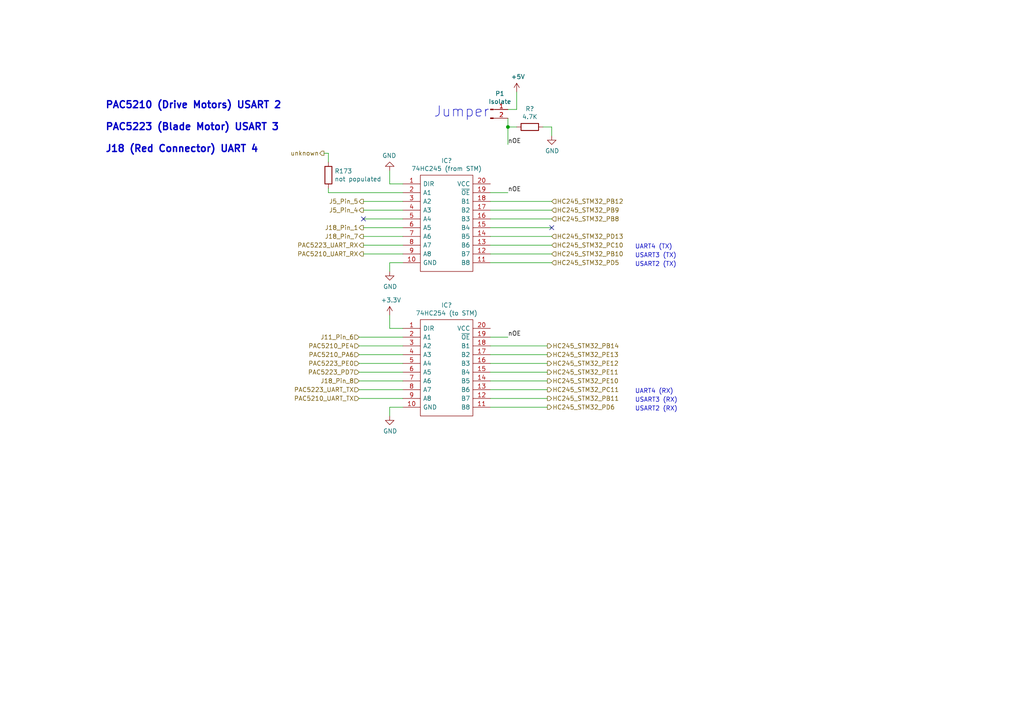
<source format=kicad_sch>
(kicad_sch (version 20211123) (generator eeschema)
  (paper "A4")
  (title_block (title "Project Mowgli") (date "2022-05-22") (rev "1.0.1") (comment 1 "(c) CyberNet / cn@warp.at") (comment 2 "https://github.com/cloudn1ne/Mowgli"))
  (lib_symbols
    (symbol "Connector:Conn_01x02_Male" (pin_names (offset 1.016) hide)
      (property "Reference" "J" (at 0 2.54 0))
      (property "Value" "Conn_01x02_Male" (at 0 -5.08 0))
      (symbol "Conn_01x02_Male_1_1"
        (polyline (pts (xy 1.27 -2.54) (xy 0.8636 -2.54)) (stroke (width 0.1524)))
        (polyline (pts (xy 1.27 0) (xy 0.8636 0)) (stroke (width 0.1524)))
        (rectangle (start 0.8636 -2.413) (end 0 -2.667) (stroke (width 0.1524)) (fill (type outline)))
        (rectangle (start 0.8636 0.127) (end 0 -0.127) (stroke (width 0.1524)) (fill (type outline)))
        (pin passive line (at 5.08 0 180) (length 3.81) (name "Pin_1") (number "1"))
        (pin passive line (at 5.08 -2.54 180) (length 3.81) (name "Pin_2") (number "2"))
      )
    )
    (symbol "Device:R" (pin_numbers hide) (pin_names (offset 0))
      (property "Reference" "R" (at 2.032 0 90))
      (property "Value" "R" (at 0 0 90))
      (symbol "R_0_1"
        (rectangle (start -1.016 -2.54) (end 1.016 2.54) (stroke (width 0.254)))
      )
      (symbol "R_1_1"
        (pin passive line (at 0 3.81 270) (length 1.27) (name "~") (number "1"))
        (pin passive line (at 0 -3.81 90) (length 1.27) (name "~") (number "2"))
      )
    )
    (symbol "Mowgli-rescue:SN74ABT245BMDBREP-HC254" (pin_names (offset 0.762))
      (property "Reference" "IC" (at 21.59 7.62 0))
      (property "Value" "SN74ABT245BMDBREP-HC254" (at 21.59 5.08 0))
      (symbol "SN74ABT245BMDBREP-HC254_0_0"
        (pin passive line (at 0 0 0) (length 5.08) (name "DIR") (number "1"))
        (pin passive line (at 0 -22.86 0) (length 5.08) (name "GND") (number "10"))
        (pin passive line (at 25.4 -22.86 180) (length 5.08) (name "B8") (number "11"))
        (pin passive line (at 25.4 -20.32 180) (length 5.08) (name "B7") (number "12"))
        (pin passive line (at 25.4 -17.78 180) (length 5.08) (name "B6") (number "13"))
        (pin passive line (at 25.4 -15.24 180) (length 5.08) (name "B5") (number "14"))
        (pin passive line (at 25.4 -12.7 180) (length 5.08) (name "B4") (number "15"))
        (pin passive line (at 25.4 -10.16 180) (length 5.08) (name "B3") (number "16"))
        (pin passive line (at 25.4 -7.62 180) (length 5.08) (name "B2") (number "17"))
        (pin passive line (at 25.4 -5.08 180) (length 5.08) (name "B1") (number "18"))
        (pin passive line (at 25.4 -2.54 180) (length 5.08) (name "~{OE}") (number "19"))
        (pin passive line (at 0 -2.54 0) (length 5.08) (name "A1") (number "2"))
        (pin passive line (at 25.4 0 180) (length 5.08) (name "VCC") (number "20"))
        (pin passive line (at 0 -5.08 0) (length 5.08) (name "A2") (number "3"))
        (pin passive line (at 0 -7.62 0) (length 5.08) (name "A3") (number "4"))
        (pin passive line (at 0 -10.16 0) (length 5.08) (name "A4") (number "5"))
        (pin passive line (at 0 -12.7 0) (length 5.08) (name "A5") (number "6"))
        (pin passive line (at 0 -15.24 0) (length 5.08) (name "A6") (number "7"))
        (pin passive line (at 0 -17.78 0) (length 5.08) (name "A7") (number "8"))
        (pin passive line (at 0 -20.32 0) (length 5.08) (name "A8") (number "9"))
      )
      (symbol "SN74ABT245BMDBREP-HC254_0_1"
        (polyline (pts (xy 5.08 2.54) (xy 20.32 2.54) (xy 20.32 -25.4) (xy 5.08 -25.4) (xy 5.08 2.54)) (stroke (width 0.1524)))
      )
    )
    (symbol "power:+3.3V" (power) (pin_names (offset 0))
      (property "Value" "+3.3V" (at 0 3.556 0))
      (symbol "+3.3V_0_1"
        (polyline (pts (xy -0.762 1.27) (xy 0 2.54)))
        (polyline (pts (xy 0 0) (xy 0 2.54)))
        (polyline (pts (xy 0 2.54) (xy 0.762 1.27)))
      )
      (symbol "+3.3V_1_1"
        (pin power_in line (at 0 0 90) (length 0) hide (name "+3.3V") (number "1"))
      )
    )
    (symbol "power:+5V" (power) (pin_names (offset 0))
      (property "Value" "+5V" (at 0 3.556 0))
      (symbol "+5V_0_1"
        (polyline (pts (xy -0.762 1.27) (xy 0 2.54)))
        (polyline (pts (xy 0 0) (xy 0 2.54)))
        (polyline (pts (xy 0 2.54) (xy 0.762 1.27)))
      )
      (symbol "+5V_1_1"
        (pin power_in line (at 0 0 90) (length 0) hide (name "+5V") (number "1"))
      )
    )
    (symbol "power:GND" (power) (pin_names (offset 0))
      (property "Value" "GND" (at 0 -3.81 0))
      (symbol "GND_0_1"
        (polyline (pts (xy 0 0) (xy 0 -1.27) (xy 1.27 -1.27) (xy 0 -2.54) (xy -1.27 -1.27) (xy 0 -1.27)))
      )
      (symbol "GND_1_1"
        (pin power_in line (at 0 0 270) (length 0) hide (name "GND") (number "1"))
      )
    )
  )
  (junction (at 147.32 36.83))
  (no_connect (at 105.41 63.5))
  (no_connect (at 160.02 66.04))
  (wire (pts (xy 113.03 53.34) (xy 113.03 49.53)))
  (wire (pts (xy 158.75 118.11) (xy 142.24 118.11)))
  (wire (pts (xy 147.32 34.29) (xy 147.32 36.83)))
  (wire (pts (xy 93.98 44.45) (xy 95.25 44.45)))
  (wire (pts (xy 142.24 97.79) (xy 147.32 97.79)))
  (wire (pts (xy 116.84 110.49) (xy 104.14 110.49)))
  (wire (pts (xy 116.84 95.25) (xy 113.03 95.25)))
  (wire (pts (xy 116.84 97.79) (xy 104.14 97.79)))
  (wire (pts (xy 160.02 76.2) (xy 142.24 76.2)))
  (wire (pts (xy 113.03 118.11) (xy 113.03 120.65)))
  (wire (pts (xy 157.48 36.83) (xy 160.02 36.83)))
  (wire (pts (xy 160.02 66.04) (xy 142.24 66.04)))
  (wire (pts (xy 116.84 63.5) (xy 105.41 63.5)))
  (wire (pts (xy 95.25 55.88) (xy 116.84 55.88)))
  (wire (pts (xy 149.86 26.67) (xy 149.86 31.75)))
  (wire (pts (xy 158.75 105.41) (xy 142.24 105.41)))
  (wire (pts (xy 160.02 36.83) (xy 160.02 39.37)))
  (wire (pts (xy 116.84 107.95) (xy 104.14 107.95)))
  (wire (pts (xy 160.02 58.42) (xy 142.24 58.42)))
  (wire (pts (xy 158.75 100.33) (xy 142.24 100.33)))
  (wire (pts (xy 116.84 113.03) (xy 104.14 113.03)))
  (wire (pts (xy 160.02 73.66) (xy 142.24 73.66)))
  (wire (pts (xy 160.02 71.12) (xy 142.24 71.12)))
  (wire (pts (xy 147.32 36.83) (xy 147.32 41.91)))
  (wire (pts (xy 160.02 63.5) (xy 142.24 63.5)))
  (wire (pts (xy 158.75 113.03) (xy 142.24 113.03)))
  (wire (pts (xy 95.25 44.45) (xy 95.25 46.99)))
  (wire (pts (xy 158.75 107.95) (xy 142.24 107.95)))
  (wire (pts (xy 160.02 60.96) (xy 142.24 60.96)))
  (wire (pts (xy 149.86 36.83) (xy 147.32 36.83)))
  (wire (pts (xy 160.02 68.58) (xy 142.24 68.58)))
  (wire (pts (xy 158.75 102.87) (xy 142.24 102.87)))
  (wire (pts (xy 105.41 71.12) (xy 116.84 71.12)))
  (wire (pts (xy 116.84 58.42) (xy 105.41 58.42)))
  (wire (pts (xy 142.24 115.57) (xy 158.75 115.57)))
  (wire (pts (xy 116.84 100.33) (xy 104.14 100.33)))
  (wire (pts (xy 95.25 54.61) (xy 95.25 55.88)))
  (wire (pts (xy 116.84 68.58) (xy 105.41 68.58)))
  (wire (pts (xy 105.41 66.04) (xy 116.84 66.04)))
  (wire (pts (xy 116.84 105.41) (xy 104.14 105.41)))
  (wire (pts (xy 116.84 118.11) (xy 113.03 118.11)))
  (wire (pts (xy 105.41 60.96) (xy 116.84 60.96)))
  (wire (pts (xy 113.03 95.25) (xy 113.03 91.44)))
  (wire (pts (xy 113.03 76.2) (xy 113.03 78.74)))
  (wire (pts (xy 147.32 55.88) (xy 142.24 55.88)))
  (wire (pts (xy 149.86 31.75) (xy 147.32 31.75)))
  (wire (pts (xy 116.84 115.57) (xy 104.14 115.57)))
  (wire (pts (xy 116.84 53.34) (xy 113.03 53.34)))
  (wire (pts (xy 116.84 102.87) (xy 104.14 102.87)))
  (wire (pts (xy 116.84 73.66) (xy 105.41 73.66)))
  (wire (pts (xy 158.75 110.49) (xy 142.24 110.49)))
  (wire (pts (xy 116.84 76.2) (xy 113.03 76.2)))
  (text "J18 (Red Connector) UART 4" (at 30.48 44.45 0) (effects (font (size 2.0066 2.0066) (thickness 0.4013) bold) (justify left bottom)))
  (text "USART3 (TX)" (at 184.15 74.93 0) (effects (font (size 1.27 1.27)) (justify left bottom)))
  (text "Jumper" (at 125.73 34.29 0) (effects (font (size 2.9972 2.9972)) (justify left bottom)))
  (text "UART4 (TX)" (at 184.15 72.39 0) (effects (font (size 1.27 1.27)) (justify left bottom)))
  (text "USART2 (TX)" (at 184.15 77.47 0) (effects (font (size 1.27 1.27)) (justify left bottom)))
  (text "USART2 (RX)" (at 184.15 119.38 0) (effects (font (size 1.27 1.27)) (justify left bottom)))
  (text "USART3 (RX)" (at 184.15 116.84 0) (effects (font (size 1.27 1.27)) (justify left bottom)))
  (text "PAC5223 (Blade Motor) USART 3" (at 30.48 38.1 0) (effects (font (size 2.0066 2.0066) (thickness 0.4013) bold) (justify left bottom)))
  (text "PAC5210 (Drive Motors) USART 2" (at 30.48 31.75 0) (effects (font (size 2.0066 2.0066) (thickness 0.4013) bold) (justify left bottom)))
  (text "UART4 (RX)" (at 184.15 114.3 0) (effects (font (size 1.27 1.27)) (justify left bottom)))
  (label "nOE" (at 147.32 41.91 0))
  (label "nOE" (at 147.32 55.88 0))
  (label "nOE" (at 147.32 97.79 0))
  (hierarchical_label "HC245_STM32_PD5" (shape input) (at 160.02 76.2 0))
  (hierarchical_label "HC245_STM32_PB12" (shape input) (at 160.02 58.42 0))
  (hierarchical_label "PAC5223_PD7" (shape input) (at 104.14 107.95 180))
  (hierarchical_label "HC245_STM32_PC10" (shape input) (at 160.02 71.12 0))
  (hierarchical_label "PAC5210_UART_TX" (shape input) (at 104.14 115.57 180))
  (hierarchical_label "HC245_STM32_PB10" (shape input) (at 160.02 73.66 0))
  (hierarchical_label "PAC5210_PE4" (shape input) (at 104.14 100.33 180))
  (hierarchical_label "J18_Pin_7" (shape output) (at 105.41 68.58 180))
  (hierarchical_label "HC245_STM32_PE11" (shape output) (at 158.75 107.95 0))
  (hierarchical_label "J5_Pin_4" (shape output) (at 105.41 60.96 180))
  (hierarchical_label "HC245_STM32_PD6" (shape output) (at 158.75 118.11 0))
  (hierarchical_label "J5_Pin_5" (shape output) (at 105.41 58.42 180))
  (hierarchical_label "unknown" (shape output) (at 93.98 44.45 180))
  (hierarchical_label "HC245_STM32_PE12" (shape output) (at 158.75 105.41 0))
  (hierarchical_label "J18_Pin_8" (shape input) (at 104.14 110.49 180))
  (hierarchical_label "PAC5223_UART_RX" (shape output) (at 105.41 71.12 180))
  (hierarchical_label "HC245_STM32_PD13" (shape input) (at 160.02 68.58 0))
  (hierarchical_label "PAC5223_UART_TX" (shape input) (at 104.14 113.03 180))
  (hierarchical_label "HC245_STM32_PE13" (shape output) (at 158.75 102.87 0))
  (hierarchical_label "J18_Pin_1" (shape output) (at 105.41 66.04 180))
  (hierarchical_label "HC245_STM32_PB9" (shape input) (at 160.02 60.96 0))
  (hierarchical_label "J11_Pin_6" (shape input) (at 104.14 97.79 180))
  (hierarchical_label "HC245_STM32_PB11" (shape output) (at 158.75 115.57 0))
  (hierarchical_label "PAC5223_PE0" (shape input) (at 104.14 105.41 180))
  (hierarchical_label "HC245_STM32_PE10" (shape output) (at 158.75 110.49 0))
  (hierarchical_label "HC245_STM32_PC11" (shape output) (at 158.75 113.03 0))
  (hierarchical_label "HC245_STM32_PB14" (shape output) (at 158.75 100.33 0))
  (hierarchical_label "PAC5210_UART_RX" (shape output) (at 105.41 73.66 180))
  (hierarchical_label "HC245_STM32_PB8" (shape input) (at 160.02 63.5 0))
  (hierarchical_label "PAC5210_PA6" (shape input) (at 104.14 102.87 180))
  (symbol (lib_id "Mowgli-rescue:SN74ABT245BMDBREP-HC254") (at 116.84 53.34 0) (unit 1)
    (property "Reference" "IC?" (at 129.54 46.609 0))
    (property "Value" "74HC245 (from STM)" (at 129.54 48.9204 0))
    (property "Footprint" "SOP65P780X200-20N" (effects hide))
    (property "Datasheet" "https://www.ti.com/lit/ds/symlink/sn74abt245b-ep.pdf?ts=1638608998559" (effects hide))
    (property "Description" "Enhanced Product Octal Bus Transceivers With 3-State Outputs" (effects hide))
    (property "Height" "2" (effects hide))
    (property "Manufacturer_Name" "Texas Instruments" (effects hide))
    (property "Manufacturer_Part_Number" "SN74ABT245BMDBREP" (effects hide))
    (property "Mouser Part Number" "595-S74ABT245BMDBREP" (effects hide))
    (property "Mouser Price/Stock" "https://www.mouser.co.uk/ProductDetail/Texas-Instruments/SN74ABT245BMDBREP?qs=UFeyouyReuFJeEKTzKyViA%3D%3D" (effects hide))
  )
  (symbol (lib_id "Mowgli-rescue:SN74ABT245BMDBREP-HC254") (at 116.84 95.25 0) (unit 1)
    (property "Reference" "IC?" (at 129.54 88.519 0))
    (property "Value" "74HC254 (to STM)" (at 129.54 90.8304 0))
    (property "Footprint" "SOP65P780X200-20N" (effects hide))
    (property "Datasheet" "https://www.ti.com/lit/ds/symlink/sn74abt245b-ep.pdf?ts=1638608998559" (effects hide))
    (property "Description" "Enhanced Product Octal Bus Transceivers With 3-State Outputs" (effects hide))
    (property "Height" "2" (effects hide))
    (property "Manufacturer_Name" "Texas Instruments" (effects hide))
    (property "Manufacturer_Part_Number" "SN74ABT245BMDBREP" (effects hide))
    (property "Mouser Part Number" "595-S74ABT245BMDBREP" (effects hide))
    (property "Mouser Price/Stock" "https://www.mouser.co.uk/ProductDetail/Texas-Instruments/SN74ABT245BMDBREP?qs=UFeyouyReuFJeEKTzKyViA%3D%3D" (effects hide))
  )
  (symbol (lib_id "Connector:Conn_01x02_Male") (at 142.24 31.75 0) (unit 1)
    (property "Reference" "P1" (at 144.9832 27.1526 0))
    (property "Value" "Isolate" (at 144.9832 29.464 0))
  )
  (symbol (lib_id "power:+5V") (at 149.86 26.67 0) (unit 1)
    (property "Reference" "#PWR0116" (effects hide))
    (property "Value" "+5V" (at 150.241 22.2758 0))
  )
  (symbol (lib_id "Device:R") (at 153.67 36.83 270) (unit 1)
    (property "Reference" "R?" (at 153.67 31.5722 90))
    (property "Value" "4.7K" (at 153.67 33.8836 90))
  )
  (symbol (lib_id "power:GND") (at 160.02 39.37 0) (unit 1)
    (property "Reference" "#PWR0117" (effects hide))
    (property "Value" "GND" (at 160.147 43.7642 0))
  )
  (symbol (lib_id "power:+3.3V") (at 113.03 91.44 0) (unit 1)
    (property "Reference" "#PWR0118" (effects hide))
    (property "Value" "+3.3V" (at 113.411 87.0458 0))
  )
  (symbol (lib_id "power:GND") (at 113.03 49.53 180) (unit 1)
    (property "Reference" "#PWR0119" (effects hide))
    (property "Value" "GND" (at 112.903 45.1358 0))
  )
  (symbol (lib_id "power:GND") (at 113.03 78.74 0) (unit 1)
    (property "Reference" "#PWR0120" (effects hide))
    (property "Value" "GND" (at 113.157 83.1342 0))
  )
  (symbol (lib_id "power:GND") (at 113.03 120.65 0) (unit 1)
    (property "Reference" "#PWR0121" (effects hide))
    (property "Value" "GND" (at 113.157 125.0442 0))
  )
  (symbol (lib_id "Device:R") (at 95.25 50.8 0) (unit 1)
    (property "Reference" "R173" (at 97.028 49.6316 0) (effects (justify left)))
    (property "Value" "not populated" (at 97.028 51.943 0) (effects (justify left)))
  )
)
</source>
